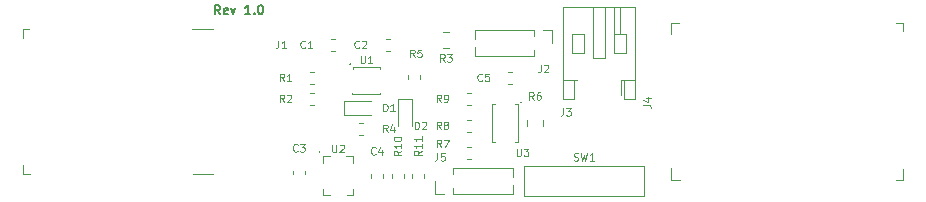
<source format=gto>
G04 #@! TF.GenerationSoftware,KiCad,Pcbnew,(5.1.2)-1*
G04 #@! TF.CreationDate,2019-07-15T17:46:34-04:00*
G04 #@! TF.ProjectId,Charger Prototype,43686172-6765-4722-9050-726f746f7479,v1.0*
G04 #@! TF.SameCoordinates,Original*
G04 #@! TF.FileFunction,Legend,Top*
G04 #@! TF.FilePolarity,Positive*
%FSLAX46Y46*%
G04 Gerber Fmt 4.6, Leading zero omitted, Abs format (unit mm)*
G04 Created by KiCad (PCBNEW (5.1.2)-1) date 2019-07-15 17:46:34*
%MOMM*%
%LPD*%
G04 APERTURE LIST*
%ADD10C,0.152400*%
%ADD11C,0.120000*%
%ADD12C,0.150000*%
%ADD13C,0.100000*%
%ADD14C,0.101600*%
G04 APERTURE END LIST*
D10*
X101672571Y-85307714D02*
X101418571Y-84944857D01*
X101237142Y-85307714D02*
X101237142Y-84545714D01*
X101527428Y-84545714D01*
X101600000Y-84582000D01*
X101636285Y-84618285D01*
X101672571Y-84690857D01*
X101672571Y-84799714D01*
X101636285Y-84872285D01*
X101600000Y-84908571D01*
X101527428Y-84944857D01*
X101237142Y-84944857D01*
X102289428Y-85271428D02*
X102216857Y-85307714D01*
X102071714Y-85307714D01*
X101999142Y-85271428D01*
X101962857Y-85198857D01*
X101962857Y-84908571D01*
X101999142Y-84836000D01*
X102071714Y-84799714D01*
X102216857Y-84799714D01*
X102289428Y-84836000D01*
X102325714Y-84908571D01*
X102325714Y-84981142D01*
X101962857Y-85053714D01*
X102579714Y-84799714D02*
X102761142Y-85307714D01*
X102942571Y-84799714D01*
X104212571Y-85307714D02*
X103777142Y-85307714D01*
X103994857Y-85307714D02*
X103994857Y-84545714D01*
X103922285Y-84654571D01*
X103849714Y-84727142D01*
X103777142Y-84763428D01*
X104539142Y-85235142D02*
X104575428Y-85271428D01*
X104539142Y-85307714D01*
X104502857Y-85271428D01*
X104539142Y-85235142D01*
X104539142Y-85307714D01*
X105047142Y-84545714D02*
X105119714Y-84545714D01*
X105192285Y-84582000D01*
X105228571Y-84618285D01*
X105264857Y-84690857D01*
X105301142Y-84836000D01*
X105301142Y-85017428D01*
X105264857Y-85162571D01*
X105228571Y-85235142D01*
X105192285Y-85271428D01*
X105119714Y-85307714D01*
X105047142Y-85307714D01*
X104974571Y-85271428D01*
X104938285Y-85235142D01*
X104902000Y-85162571D01*
X104865714Y-85017428D01*
X104865714Y-84836000D01*
X104902000Y-84690857D01*
X104938285Y-84618285D01*
X104974571Y-84582000D01*
X105047142Y-84545714D01*
D11*
X115196000Y-92107000D02*
X115196000Y-91957000D01*
X112871000Y-92107000D02*
X112871000Y-91957000D01*
X115196000Y-92107000D02*
X112871000Y-92107000D01*
X115221000Y-89757000D02*
X115221000Y-89907000D01*
X112896000Y-89757000D02*
X112896000Y-89907000D01*
D12*
X112696000Y-89532000D02*
G75*
G03X112696000Y-89532000I-50000J0D01*
G01*
D11*
X115221000Y-89757000D02*
X112896000Y-89757000D01*
D12*
X110083000Y-96996500D02*
G75*
G03X110083000Y-96996500I-50000J0D01*
G01*
D11*
X112883000Y-97896500D02*
X112883000Y-97346500D01*
X112333000Y-97346500D02*
X112883000Y-97346500D01*
X110383000Y-97346500D02*
X110933000Y-97346500D01*
X110383000Y-97896500D02*
X110383000Y-97346500D01*
X112383000Y-100646500D02*
X112933000Y-100646500D01*
X112933000Y-100646500D02*
X112933000Y-100096500D01*
X110383000Y-100646500D02*
X110933000Y-100646500D01*
X110383000Y-100646500D02*
X110383000Y-100096500D01*
X129792000Y-86647000D02*
X129792000Y-87757000D01*
X129032000Y-86647000D02*
X129792000Y-86647000D01*
X128272000Y-88320471D02*
X128272000Y-88867000D01*
X128272000Y-86647000D02*
X128272000Y-87193529D01*
X128272000Y-88867000D02*
X123257000Y-88867000D01*
X128272000Y-86647000D02*
X123257000Y-86647000D01*
X123257000Y-88064530D02*
X123257000Y-88867000D01*
X123257000Y-86647000D02*
X123257000Y-87449470D01*
X119890000Y-100551000D02*
X119890000Y-99441000D01*
X120650000Y-100551000D02*
X119890000Y-100551000D01*
X121410000Y-98877529D02*
X121410000Y-98331000D01*
X121410000Y-100551000D02*
X121410000Y-100004471D01*
X121410000Y-98331000D02*
X126425000Y-98331000D01*
X121410000Y-100551000D02*
X126425000Y-100551000D01*
X126425000Y-99133470D02*
X126425000Y-98331000D01*
X126425000Y-100551000D02*
X126425000Y-99748530D01*
X126375279Y-90168000D02*
X126049721Y-90168000D01*
X126375279Y-91188000D02*
X126049721Y-91188000D01*
X108841000Y-98879779D02*
X108841000Y-98554221D01*
X107821000Y-98879779D02*
X107821000Y-98554221D01*
X111063721Y-88394000D02*
X111389279Y-88394000D01*
X111063721Y-87374000D02*
X111389279Y-87374000D01*
X116012279Y-87374000D02*
X115686721Y-87374000D01*
X116012279Y-88394000D02*
X115686721Y-88394000D01*
X115445000Y-99159279D02*
X115445000Y-98833721D01*
X114425000Y-99159279D02*
X114425000Y-98833721D01*
X114451000Y-92618000D02*
X112176000Y-92618000D01*
X112176000Y-93818000D02*
X112176000Y-92618000D01*
X114451000Y-93818000D02*
X112176000Y-93818000D01*
X117948000Y-94767000D02*
X117948000Y-92492000D01*
X116748000Y-92492000D02*
X117948000Y-92492000D01*
X116748000Y-94767000D02*
X116748000Y-92492000D01*
D13*
X84945000Y-98835000D02*
X85545000Y-98835000D01*
X84945000Y-98110000D02*
X84945000Y-98835000D01*
X84945000Y-86585000D02*
X85495000Y-86585000D01*
X84945000Y-87285000D02*
X84945000Y-86585000D01*
X101070000Y-98835000D02*
X100295000Y-98835000D01*
X101070000Y-86585000D02*
X99295000Y-86585000D01*
X100320000Y-98835000D02*
X99370000Y-98835000D01*
D11*
X135607000Y-90919000D02*
X135607000Y-92134000D01*
X135547000Y-86959000D02*
X135547000Y-84699000D01*
X135047000Y-86959000D02*
X135047000Y-84699000D01*
X132447000Y-88559000D02*
X131447000Y-88559000D01*
X132447000Y-86959000D02*
X132447000Y-88559000D01*
X131447000Y-86959000D02*
X132447000Y-86959000D01*
X131447000Y-88559000D02*
X131447000Y-86959000D01*
X135047000Y-88559000D02*
X136047000Y-88559000D01*
X135047000Y-86959000D02*
X135047000Y-88559000D01*
X136047000Y-86959000D02*
X135047000Y-86959000D01*
X136047000Y-88559000D02*
X136047000Y-86959000D01*
X130687000Y-90919000D02*
X131607000Y-90919000D01*
X136807000Y-90919000D02*
X135887000Y-90919000D01*
X133247000Y-89059000D02*
X133247000Y-84699000D01*
X134247000Y-89059000D02*
X133247000Y-89059000D01*
X134247000Y-84699000D02*
X134247000Y-89059000D01*
X131607000Y-90919000D02*
X131887000Y-90919000D01*
X131607000Y-92519000D02*
X131607000Y-90919000D01*
X130687000Y-92519000D02*
X131607000Y-92519000D01*
X130687000Y-84699000D02*
X130687000Y-92519000D01*
X136807000Y-84699000D02*
X130687000Y-84699000D01*
X136807000Y-92519000D02*
X136807000Y-84699000D01*
X135887000Y-92519000D02*
X136807000Y-92519000D01*
X135887000Y-90919000D02*
X135887000Y-92519000D01*
X135607000Y-90919000D02*
X135887000Y-90919000D01*
D13*
X139823000Y-86035000D02*
X140548000Y-86035000D01*
X139823000Y-86985000D02*
X139823000Y-86035000D01*
X139823000Y-99385000D02*
X140623000Y-99385000D01*
X139823000Y-98360000D02*
X139823000Y-99385000D01*
X159523000Y-86035000D02*
X159523000Y-86735000D01*
X158873000Y-86035000D02*
X159523000Y-86035000D01*
X159523000Y-99385000D02*
X158848000Y-99385000D01*
X159523000Y-98410000D02*
X159523000Y-99385000D01*
D11*
X109636779Y-90168000D02*
X109311221Y-90168000D01*
X109636779Y-91188000D02*
X109311221Y-91188000D01*
X109636779Y-91946000D02*
X109311221Y-91946000D01*
X109636779Y-92966000D02*
X109311221Y-92966000D01*
X120524748Y-88213000D02*
X121047252Y-88213000D01*
X120524748Y-86793000D02*
X121047252Y-86793000D01*
X113726279Y-94486000D02*
X113400721Y-94486000D01*
X113726279Y-95506000D02*
X113400721Y-95506000D01*
X118620000Y-90815279D02*
X118620000Y-90489721D01*
X117600000Y-90815279D02*
X117600000Y-90489721D01*
X127623500Y-94292922D02*
X127623500Y-94810078D01*
X129043500Y-94292922D02*
X129043500Y-94810078D01*
X122608221Y-97538000D02*
X122933779Y-97538000D01*
X122608221Y-96518000D02*
X122933779Y-96518000D01*
X122608221Y-95252000D02*
X122933779Y-95252000D01*
X122608221Y-94232000D02*
X122933779Y-94232000D01*
X122608221Y-92966000D02*
X122933779Y-92966000D01*
X122608221Y-91946000D02*
X122933779Y-91946000D01*
X116203000Y-98833721D02*
X116203000Y-99159279D01*
X117223000Y-98833721D02*
X117223000Y-99159279D01*
X118937500Y-99159279D02*
X118937500Y-98833721D01*
X117917500Y-99159279D02*
X117917500Y-98833721D01*
X137561000Y-98141000D02*
X127361000Y-98141000D01*
X127361000Y-100741000D02*
X137561000Y-100741000D01*
X127361000Y-98141000D02*
X127361000Y-100741000D01*
X137561000Y-100741000D02*
X137561000Y-98141000D01*
D12*
X127143500Y-92751500D02*
G75*
G03X127143500Y-92751500I-50000J0D01*
G01*
D11*
X124693500Y-92951500D02*
X124943500Y-92951500D01*
X124693500Y-96151500D02*
X124943500Y-96151500D01*
X126893500Y-92951500D02*
X126643500Y-92951500D01*
X126893500Y-96151500D02*
X126643500Y-96151500D01*
X124693500Y-96151500D02*
X124693500Y-92951500D01*
X126893500Y-92951500D02*
X126893500Y-96151500D01*
D14*
X113562190Y-88806261D02*
X113562190Y-89320309D01*
X113592428Y-89380785D01*
X113622666Y-89411023D01*
X113683142Y-89441261D01*
X113804095Y-89441261D01*
X113864571Y-89411023D01*
X113894809Y-89380785D01*
X113925047Y-89320309D01*
X113925047Y-88806261D01*
X114560047Y-89441261D02*
X114197190Y-89441261D01*
X114378619Y-89441261D02*
X114378619Y-88806261D01*
X114318142Y-88896976D01*
X114257666Y-88957452D01*
X114197190Y-88987690D01*
X111149190Y-96362761D02*
X111149190Y-96876809D01*
X111179428Y-96937285D01*
X111209666Y-96967523D01*
X111270142Y-96997761D01*
X111391095Y-96997761D01*
X111451571Y-96967523D01*
X111481809Y-96937285D01*
X111512047Y-96876809D01*
X111512047Y-96362761D01*
X111784190Y-96423238D02*
X111814428Y-96393000D01*
X111874904Y-96362761D01*
X112026095Y-96362761D01*
X112086571Y-96393000D01*
X112116809Y-96423238D01*
X112147047Y-96483714D01*
X112147047Y-96544190D01*
X112116809Y-96634904D01*
X111753952Y-96997761D01*
X112147047Y-96997761D01*
X128820333Y-89568261D02*
X128820333Y-90021833D01*
X128790095Y-90112547D01*
X128729619Y-90173023D01*
X128638904Y-90203261D01*
X128578428Y-90203261D01*
X129092476Y-89628738D02*
X129122714Y-89598500D01*
X129183190Y-89568261D01*
X129334380Y-89568261D01*
X129394857Y-89598500D01*
X129425095Y-89628738D01*
X129455333Y-89689214D01*
X129455333Y-89749690D01*
X129425095Y-89840404D01*
X129062238Y-90203261D01*
X129455333Y-90203261D01*
X120057333Y-97061261D02*
X120057333Y-97514833D01*
X120027095Y-97605547D01*
X119966619Y-97666023D01*
X119875904Y-97696261D01*
X119815428Y-97696261D01*
X120662095Y-97061261D02*
X120359714Y-97061261D01*
X120329476Y-97363642D01*
X120359714Y-97333404D01*
X120420190Y-97303166D01*
X120571380Y-97303166D01*
X120631857Y-97333404D01*
X120662095Y-97363642D01*
X120692333Y-97424119D01*
X120692333Y-97575309D01*
X120662095Y-97635785D01*
X120631857Y-97666023D01*
X120571380Y-97696261D01*
X120420190Y-97696261D01*
X120359714Y-97666023D01*
X120329476Y-97635785D01*
X123846166Y-90904785D02*
X123815928Y-90935023D01*
X123725214Y-90965261D01*
X123664738Y-90965261D01*
X123574023Y-90935023D01*
X123513547Y-90874547D01*
X123483309Y-90814071D01*
X123453071Y-90693119D01*
X123453071Y-90602404D01*
X123483309Y-90481452D01*
X123513547Y-90420976D01*
X123574023Y-90360500D01*
X123664738Y-90330261D01*
X123725214Y-90330261D01*
X123815928Y-90360500D01*
X123846166Y-90390738D01*
X124420690Y-90330261D02*
X124118309Y-90330261D01*
X124088071Y-90632642D01*
X124118309Y-90602404D01*
X124178785Y-90572166D01*
X124329976Y-90572166D01*
X124390452Y-90602404D01*
X124420690Y-90632642D01*
X124450928Y-90693119D01*
X124450928Y-90844309D01*
X124420690Y-90904785D01*
X124390452Y-90935023D01*
X124329976Y-90965261D01*
X124178785Y-90965261D01*
X124118309Y-90935023D01*
X124088071Y-90904785D01*
X108225166Y-96873785D02*
X108194928Y-96904023D01*
X108104214Y-96934261D01*
X108043738Y-96934261D01*
X107953023Y-96904023D01*
X107892547Y-96843547D01*
X107862309Y-96783071D01*
X107832071Y-96662119D01*
X107832071Y-96571404D01*
X107862309Y-96450452D01*
X107892547Y-96389976D01*
X107953023Y-96329500D01*
X108043738Y-96299261D01*
X108104214Y-96299261D01*
X108194928Y-96329500D01*
X108225166Y-96359738D01*
X108436833Y-96299261D02*
X108829928Y-96299261D01*
X108618261Y-96541166D01*
X108708976Y-96541166D01*
X108769452Y-96571404D01*
X108799690Y-96601642D01*
X108829928Y-96662119D01*
X108829928Y-96813309D01*
X108799690Y-96873785D01*
X108769452Y-96904023D01*
X108708976Y-96934261D01*
X108527547Y-96934261D01*
X108467071Y-96904023D01*
X108436833Y-96873785D01*
X108860166Y-88110785D02*
X108829928Y-88141023D01*
X108739214Y-88171261D01*
X108678738Y-88171261D01*
X108588023Y-88141023D01*
X108527547Y-88080547D01*
X108497309Y-88020071D01*
X108467071Y-87899119D01*
X108467071Y-87808404D01*
X108497309Y-87687452D01*
X108527547Y-87626976D01*
X108588023Y-87566500D01*
X108678738Y-87536261D01*
X108739214Y-87536261D01*
X108829928Y-87566500D01*
X108860166Y-87596738D01*
X109464928Y-88171261D02*
X109102071Y-88171261D01*
X109283500Y-88171261D02*
X109283500Y-87536261D01*
X109223023Y-87626976D01*
X109162547Y-87687452D01*
X109102071Y-87717690D01*
X113432166Y-88110785D02*
X113401928Y-88141023D01*
X113311214Y-88171261D01*
X113250738Y-88171261D01*
X113160023Y-88141023D01*
X113099547Y-88080547D01*
X113069309Y-88020071D01*
X113039071Y-87899119D01*
X113039071Y-87808404D01*
X113069309Y-87687452D01*
X113099547Y-87626976D01*
X113160023Y-87566500D01*
X113250738Y-87536261D01*
X113311214Y-87536261D01*
X113401928Y-87566500D01*
X113432166Y-87596738D01*
X113674071Y-87596738D02*
X113704309Y-87566500D01*
X113764785Y-87536261D01*
X113915976Y-87536261D01*
X113976452Y-87566500D01*
X114006690Y-87596738D01*
X114036928Y-87657214D01*
X114036928Y-87717690D01*
X114006690Y-87808404D01*
X113643833Y-88171261D01*
X114036928Y-88171261D01*
X114829166Y-97127785D02*
X114798928Y-97158023D01*
X114708214Y-97188261D01*
X114647738Y-97188261D01*
X114557023Y-97158023D01*
X114496547Y-97097547D01*
X114466309Y-97037071D01*
X114436071Y-96916119D01*
X114436071Y-96825404D01*
X114466309Y-96704452D01*
X114496547Y-96643976D01*
X114557023Y-96583500D01*
X114647738Y-96553261D01*
X114708214Y-96553261D01*
X114798928Y-96583500D01*
X114829166Y-96613738D01*
X115373452Y-96764928D02*
X115373452Y-97188261D01*
X115222261Y-96523023D02*
X115071071Y-96976595D01*
X115464166Y-96976595D01*
X115481309Y-93505261D02*
X115481309Y-92870261D01*
X115632500Y-92870261D01*
X115723214Y-92900500D01*
X115783690Y-92960976D01*
X115813928Y-93021452D01*
X115844166Y-93142404D01*
X115844166Y-93233119D01*
X115813928Y-93354071D01*
X115783690Y-93414547D01*
X115723214Y-93475023D01*
X115632500Y-93505261D01*
X115481309Y-93505261D01*
X116448928Y-93505261D02*
X116086071Y-93505261D01*
X116267500Y-93505261D02*
X116267500Y-92870261D01*
X116207023Y-92960976D01*
X116146547Y-93021452D01*
X116086071Y-93051690D01*
X118149309Y-95029261D02*
X118149309Y-94394261D01*
X118300500Y-94394261D01*
X118391214Y-94424500D01*
X118451690Y-94484976D01*
X118481928Y-94545452D01*
X118512166Y-94666404D01*
X118512166Y-94757119D01*
X118481928Y-94878071D01*
X118451690Y-94938547D01*
X118391214Y-94999023D01*
X118300500Y-95029261D01*
X118149309Y-95029261D01*
X118754071Y-94454738D02*
X118784309Y-94424500D01*
X118844785Y-94394261D01*
X118995976Y-94394261D01*
X119056452Y-94424500D01*
X119086690Y-94454738D01*
X119116928Y-94515214D01*
X119116928Y-94575690D01*
X119086690Y-94666404D01*
X118723833Y-95029261D01*
X119116928Y-95029261D01*
X106595333Y-87536261D02*
X106595333Y-87989833D01*
X106565095Y-88080547D01*
X106504619Y-88141023D01*
X106413904Y-88171261D01*
X106353428Y-88171261D01*
X107230333Y-88171261D02*
X106867476Y-88171261D01*
X107048904Y-88171261D02*
X107048904Y-87536261D01*
X106988428Y-87626976D01*
X106927952Y-87687452D01*
X106867476Y-87717690D01*
X130725333Y-93251261D02*
X130725333Y-93704833D01*
X130695095Y-93795547D01*
X130634619Y-93856023D01*
X130543904Y-93886261D01*
X130483428Y-93886261D01*
X130967238Y-93251261D02*
X131360333Y-93251261D01*
X131148666Y-93493166D01*
X131239380Y-93493166D01*
X131299857Y-93523404D01*
X131330095Y-93553642D01*
X131360333Y-93614119D01*
X131360333Y-93765309D01*
X131330095Y-93825785D01*
X131299857Y-93856023D01*
X131239380Y-93886261D01*
X131057952Y-93886261D01*
X130997476Y-93856023D01*
X130967238Y-93825785D01*
X137475261Y-92996666D02*
X137928833Y-92996666D01*
X138019547Y-93026904D01*
X138080023Y-93087380D01*
X138110261Y-93178095D01*
X138110261Y-93238571D01*
X137686928Y-92422142D02*
X138110261Y-92422142D01*
X137445023Y-92573333D02*
X137898595Y-92724523D01*
X137898595Y-92331428D01*
X107082166Y-90965261D02*
X106870500Y-90662880D01*
X106719309Y-90965261D02*
X106719309Y-90330261D01*
X106961214Y-90330261D01*
X107021690Y-90360500D01*
X107051928Y-90390738D01*
X107082166Y-90451214D01*
X107082166Y-90541928D01*
X107051928Y-90602404D01*
X107021690Y-90632642D01*
X106961214Y-90662880D01*
X106719309Y-90662880D01*
X107686928Y-90965261D02*
X107324071Y-90965261D01*
X107505500Y-90965261D02*
X107505500Y-90330261D01*
X107445023Y-90420976D01*
X107384547Y-90481452D01*
X107324071Y-90511690D01*
X107082166Y-92743261D02*
X106870500Y-92440880D01*
X106719309Y-92743261D02*
X106719309Y-92108261D01*
X106961214Y-92108261D01*
X107021690Y-92138500D01*
X107051928Y-92168738D01*
X107082166Y-92229214D01*
X107082166Y-92319928D01*
X107051928Y-92380404D01*
X107021690Y-92410642D01*
X106961214Y-92440880D01*
X106719309Y-92440880D01*
X107324071Y-92168738D02*
X107354309Y-92138500D01*
X107414785Y-92108261D01*
X107565976Y-92108261D01*
X107626452Y-92138500D01*
X107656690Y-92168738D01*
X107686928Y-92229214D01*
X107686928Y-92289690D01*
X107656690Y-92380404D01*
X107293833Y-92743261D01*
X107686928Y-92743261D01*
X120671166Y-89314261D02*
X120459500Y-89011880D01*
X120308309Y-89314261D02*
X120308309Y-88679261D01*
X120550214Y-88679261D01*
X120610690Y-88709500D01*
X120640928Y-88739738D01*
X120671166Y-88800214D01*
X120671166Y-88890928D01*
X120640928Y-88951404D01*
X120610690Y-88981642D01*
X120550214Y-89011880D01*
X120308309Y-89011880D01*
X120882833Y-88679261D02*
X121275928Y-88679261D01*
X121064261Y-88921166D01*
X121154976Y-88921166D01*
X121215452Y-88951404D01*
X121245690Y-88981642D01*
X121275928Y-89042119D01*
X121275928Y-89193309D01*
X121245690Y-89253785D01*
X121215452Y-89284023D01*
X121154976Y-89314261D01*
X120973547Y-89314261D01*
X120913071Y-89284023D01*
X120882833Y-89253785D01*
X115845166Y-95283261D02*
X115633500Y-94980880D01*
X115482309Y-95283261D02*
X115482309Y-94648261D01*
X115724214Y-94648261D01*
X115784690Y-94678500D01*
X115814928Y-94708738D01*
X115845166Y-94769214D01*
X115845166Y-94859928D01*
X115814928Y-94920404D01*
X115784690Y-94950642D01*
X115724214Y-94980880D01*
X115482309Y-94980880D01*
X116389452Y-94859928D02*
X116389452Y-95283261D01*
X116238261Y-94618023D02*
X116087071Y-95071595D01*
X116480166Y-95071595D01*
X118131166Y-88933261D02*
X117919500Y-88630880D01*
X117768309Y-88933261D02*
X117768309Y-88298261D01*
X118010214Y-88298261D01*
X118070690Y-88328500D01*
X118100928Y-88358738D01*
X118131166Y-88419214D01*
X118131166Y-88509928D01*
X118100928Y-88570404D01*
X118070690Y-88600642D01*
X118010214Y-88630880D01*
X117768309Y-88630880D01*
X118705690Y-88298261D02*
X118403309Y-88298261D01*
X118373071Y-88600642D01*
X118403309Y-88570404D01*
X118463785Y-88540166D01*
X118614976Y-88540166D01*
X118675452Y-88570404D01*
X118705690Y-88600642D01*
X118735928Y-88661119D01*
X118735928Y-88812309D01*
X118705690Y-88872785D01*
X118675452Y-88903023D01*
X118614976Y-88933261D01*
X118463785Y-88933261D01*
X118403309Y-88903023D01*
X118373071Y-88872785D01*
X128214966Y-92540061D02*
X128003300Y-92237680D01*
X127852109Y-92540061D02*
X127852109Y-91905061D01*
X128094014Y-91905061D01*
X128154490Y-91935300D01*
X128184728Y-91965538D01*
X128214966Y-92026014D01*
X128214966Y-92116728D01*
X128184728Y-92177204D01*
X128154490Y-92207442D01*
X128094014Y-92237680D01*
X127852109Y-92237680D01*
X128759252Y-91905061D02*
X128638300Y-91905061D01*
X128577823Y-91935300D01*
X128547585Y-91965538D01*
X128487109Y-92056252D01*
X128456871Y-92177204D01*
X128456871Y-92419109D01*
X128487109Y-92479585D01*
X128517347Y-92509823D01*
X128577823Y-92540061D01*
X128698776Y-92540061D01*
X128759252Y-92509823D01*
X128789490Y-92479585D01*
X128819728Y-92419109D01*
X128819728Y-92267919D01*
X128789490Y-92207442D01*
X128759252Y-92177204D01*
X128698776Y-92146966D01*
X128577823Y-92146966D01*
X128517347Y-92177204D01*
X128487109Y-92207442D01*
X128456871Y-92267919D01*
X120379166Y-96553261D02*
X120167500Y-96250880D01*
X120016309Y-96553261D02*
X120016309Y-95918261D01*
X120258214Y-95918261D01*
X120318690Y-95948500D01*
X120348928Y-95978738D01*
X120379166Y-96039214D01*
X120379166Y-96129928D01*
X120348928Y-96190404D01*
X120318690Y-96220642D01*
X120258214Y-96250880D01*
X120016309Y-96250880D01*
X120590833Y-95918261D02*
X121014166Y-95918261D01*
X120742023Y-96553261D01*
X120353666Y-95029261D02*
X120142000Y-94726880D01*
X119990809Y-95029261D02*
X119990809Y-94394261D01*
X120232714Y-94394261D01*
X120293190Y-94424500D01*
X120323428Y-94454738D01*
X120353666Y-94515214D01*
X120353666Y-94605928D01*
X120323428Y-94666404D01*
X120293190Y-94696642D01*
X120232714Y-94726880D01*
X119990809Y-94726880D01*
X120716523Y-94666404D02*
X120656047Y-94636166D01*
X120625809Y-94605928D01*
X120595571Y-94545452D01*
X120595571Y-94515214D01*
X120625809Y-94454738D01*
X120656047Y-94424500D01*
X120716523Y-94394261D01*
X120837476Y-94394261D01*
X120897952Y-94424500D01*
X120928190Y-94454738D01*
X120958428Y-94515214D01*
X120958428Y-94545452D01*
X120928190Y-94605928D01*
X120897952Y-94636166D01*
X120837476Y-94666404D01*
X120716523Y-94666404D01*
X120656047Y-94696642D01*
X120625809Y-94726880D01*
X120595571Y-94787357D01*
X120595571Y-94908309D01*
X120625809Y-94968785D01*
X120656047Y-94999023D01*
X120716523Y-95029261D01*
X120837476Y-95029261D01*
X120897952Y-94999023D01*
X120928190Y-94968785D01*
X120958428Y-94908309D01*
X120958428Y-94787357D01*
X120928190Y-94726880D01*
X120897952Y-94696642D01*
X120837476Y-94666404D01*
X120353666Y-92743261D02*
X120142000Y-92440880D01*
X119990809Y-92743261D02*
X119990809Y-92108261D01*
X120232714Y-92108261D01*
X120293190Y-92138500D01*
X120323428Y-92168738D01*
X120353666Y-92229214D01*
X120353666Y-92319928D01*
X120323428Y-92380404D01*
X120293190Y-92410642D01*
X120232714Y-92440880D01*
X119990809Y-92440880D01*
X120656047Y-92743261D02*
X120777000Y-92743261D01*
X120837476Y-92713023D01*
X120867714Y-92682785D01*
X120928190Y-92592071D01*
X120958428Y-92471119D01*
X120958428Y-92229214D01*
X120928190Y-92168738D01*
X120897952Y-92138500D01*
X120837476Y-92108261D01*
X120716523Y-92108261D01*
X120656047Y-92138500D01*
X120625809Y-92168738D01*
X120595571Y-92229214D01*
X120595571Y-92380404D01*
X120625809Y-92440880D01*
X120656047Y-92471119D01*
X120716523Y-92501357D01*
X120837476Y-92501357D01*
X120897952Y-92471119D01*
X120928190Y-92440880D01*
X120958428Y-92380404D01*
X117000261Y-96890214D02*
X116697880Y-97101880D01*
X117000261Y-97253071D02*
X116365261Y-97253071D01*
X116365261Y-97011166D01*
X116395500Y-96950690D01*
X116425738Y-96920452D01*
X116486214Y-96890214D01*
X116576928Y-96890214D01*
X116637404Y-96920452D01*
X116667642Y-96950690D01*
X116697880Y-97011166D01*
X116697880Y-97253071D01*
X117000261Y-96285452D02*
X117000261Y-96648309D01*
X117000261Y-96466880D02*
X116365261Y-96466880D01*
X116455976Y-96527357D01*
X116516452Y-96587833D01*
X116546690Y-96648309D01*
X116365261Y-95892357D02*
X116365261Y-95831880D01*
X116395500Y-95771404D01*
X116425738Y-95741166D01*
X116486214Y-95710928D01*
X116607166Y-95680690D01*
X116758357Y-95680690D01*
X116879309Y-95710928D01*
X116939785Y-95741166D01*
X116970023Y-95771404D01*
X117000261Y-95831880D01*
X117000261Y-95892357D01*
X116970023Y-95952833D01*
X116939785Y-95983071D01*
X116879309Y-96013309D01*
X116758357Y-96043547D01*
X116607166Y-96043547D01*
X116486214Y-96013309D01*
X116425738Y-95983071D01*
X116395500Y-95952833D01*
X116365261Y-95892357D01*
X118714761Y-96864714D02*
X118412380Y-97076380D01*
X118714761Y-97227571D02*
X118079761Y-97227571D01*
X118079761Y-96985666D01*
X118110000Y-96925190D01*
X118140238Y-96894952D01*
X118200714Y-96864714D01*
X118291428Y-96864714D01*
X118351904Y-96894952D01*
X118382142Y-96925190D01*
X118412380Y-96985666D01*
X118412380Y-97227571D01*
X118714761Y-96259952D02*
X118714761Y-96622809D01*
X118714761Y-96441380D02*
X118079761Y-96441380D01*
X118170476Y-96501857D01*
X118230952Y-96562333D01*
X118261190Y-96622809D01*
X118714761Y-95655190D02*
X118714761Y-96018047D01*
X118714761Y-95836619D02*
X118079761Y-95836619D01*
X118170476Y-95897095D01*
X118230952Y-95957571D01*
X118261190Y-96018047D01*
X131614333Y-97666023D02*
X131705047Y-97696261D01*
X131856238Y-97696261D01*
X131916714Y-97666023D01*
X131946952Y-97635785D01*
X131977190Y-97575309D01*
X131977190Y-97514833D01*
X131946952Y-97454357D01*
X131916714Y-97424119D01*
X131856238Y-97393880D01*
X131735285Y-97363642D01*
X131674809Y-97333404D01*
X131644571Y-97303166D01*
X131614333Y-97242690D01*
X131614333Y-97182214D01*
X131644571Y-97121738D01*
X131674809Y-97091500D01*
X131735285Y-97061261D01*
X131886476Y-97061261D01*
X131977190Y-97091500D01*
X132188857Y-97061261D02*
X132340047Y-97696261D01*
X132461000Y-97242690D01*
X132581952Y-97696261D01*
X132733142Y-97061261D01*
X133307666Y-97696261D02*
X132944809Y-97696261D01*
X133126238Y-97696261D02*
X133126238Y-97061261D01*
X133065761Y-97151976D01*
X133005285Y-97212452D01*
X132944809Y-97242690D01*
X126770190Y-96680261D02*
X126770190Y-97194309D01*
X126800428Y-97254785D01*
X126830666Y-97285023D01*
X126891142Y-97315261D01*
X127012095Y-97315261D01*
X127072571Y-97285023D01*
X127102809Y-97254785D01*
X127133047Y-97194309D01*
X127133047Y-96680261D01*
X127374952Y-96680261D02*
X127768047Y-96680261D01*
X127556380Y-96922166D01*
X127647095Y-96922166D01*
X127707571Y-96952404D01*
X127737809Y-96982642D01*
X127768047Y-97043119D01*
X127768047Y-97194309D01*
X127737809Y-97254785D01*
X127707571Y-97285023D01*
X127647095Y-97315261D01*
X127465666Y-97315261D01*
X127405190Y-97285023D01*
X127374952Y-97254785D01*
M02*

</source>
